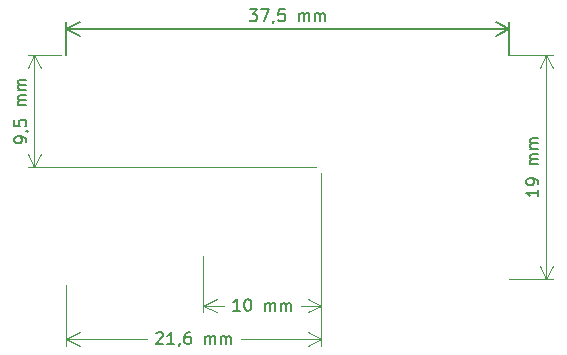
<source format=gbr>
G04 #@! TF.GenerationSoftware,KiCad,Pcbnew,6.0.11-2627ca5db0~126~ubuntu20.04.1*
G04 #@! TF.CreationDate,2023-05-07T22:05:18+02:00*
G04 #@! TF.ProjectId,TFRPM01,54465250-4d30-4312-9e6b-696361645f70,rev?*
G04 #@! TF.SameCoordinates,PX7e721e0PY7e33658*
G04 #@! TF.FileFunction,OtherDrawing,Comment*
%FSLAX46Y46*%
G04 Gerber Fmt 4.6, Leading zero omitted, Abs format (unit mm)*
G04 Created by KiCad (PCBNEW 6.0.11-2627ca5db0~126~ubuntu20.04.1) date 2023-05-07 22:05:18*
%MOMM*%
%LPD*%
G01*
G04 APERTURE LIST*
%ADD10C,0.150000*%
%ADD11C,0.100000*%
G04 APERTURE END LIST*
D10*
X18352380Y-1879761D02*
X18352380Y-2451190D01*
X18352380Y-2165476D02*
X17352380Y-2165476D01*
X17495238Y-2260714D01*
X17590476Y-2355952D01*
X17638095Y-2451190D01*
X18352380Y-1403571D02*
X18352380Y-1213095D01*
X18304761Y-1117857D01*
X18257142Y-1070238D01*
X18114285Y-975000D01*
X17923809Y-927380D01*
X17542857Y-927380D01*
X17447619Y-975000D01*
X17400000Y-1022619D01*
X17352380Y-1117857D01*
X17352380Y-1308333D01*
X17400000Y-1403571D01*
X17447619Y-1451190D01*
X17542857Y-1498809D01*
X17780952Y-1498809D01*
X17876190Y-1451190D01*
X17923809Y-1403571D01*
X17971428Y-1308333D01*
X17971428Y-1117857D01*
X17923809Y-1022619D01*
X17876190Y-975000D01*
X17780952Y-927380D01*
X18352380Y263096D02*
X17685714Y263096D01*
X17780952Y263096D02*
X17733333Y310715D01*
X17685714Y405953D01*
X17685714Y548810D01*
X17733333Y644048D01*
X17828571Y691667D01*
X18352380Y691667D01*
X17828571Y691667D02*
X17733333Y739286D01*
X17685714Y834524D01*
X17685714Y977381D01*
X17733333Y1072620D01*
X17828571Y1120239D01*
X18352380Y1120239D01*
X18352380Y1596429D02*
X17685714Y1596429D01*
X17780952Y1596429D02*
X17733333Y1644048D01*
X17685714Y1739286D01*
X17685714Y1882143D01*
X17733333Y1977381D01*
X17828571Y2025000D01*
X18352380Y2025000D01*
X17828571Y2025000D02*
X17733333Y2072620D01*
X17685714Y2167858D01*
X17685714Y2310715D01*
X17733333Y2405953D01*
X17828571Y2453572D01*
X18352380Y2453572D01*
D11*
X15910000Y-9475000D02*
X19636420Y-9475000D01*
X15910000Y9525000D02*
X19636420Y9525000D01*
X19050000Y-9475000D02*
X19050000Y9525000D01*
X19050000Y-9475000D02*
X19050000Y9525000D01*
X19050000Y-9475000D02*
X19636421Y-8348496D01*
X19050000Y-9475000D02*
X18463579Y-8348496D01*
X19050000Y9525000D02*
X18463579Y8398496D01*
X19050000Y9525000D02*
X19636421Y8398496D01*
D10*
X-6078096Y13378716D02*
X-5459048Y13378716D01*
X-5792381Y12997763D01*
X-5649524Y12997763D01*
X-5554286Y12950144D01*
X-5506667Y12902525D01*
X-5459048Y12807287D01*
X-5459048Y12569192D01*
X-5506667Y12473954D01*
X-5554286Y12426335D01*
X-5649524Y12378716D01*
X-5935239Y12378716D01*
X-6030477Y12426335D01*
X-6078096Y12473954D01*
X-5125715Y13378716D02*
X-4459048Y13378716D01*
X-4887620Y12378716D01*
X-4030477Y12426335D02*
X-4030477Y12378716D01*
X-4078096Y12283477D01*
X-4125715Y12235858D01*
X-3125715Y13378716D02*
X-3601905Y13378716D01*
X-3649524Y12902525D01*
X-3601905Y12950144D01*
X-3506667Y12997763D01*
X-3268572Y12997763D01*
X-3173334Y12950144D01*
X-3125715Y12902525D01*
X-3078096Y12807287D01*
X-3078096Y12569192D01*
X-3125715Y12473954D01*
X-3173334Y12426335D01*
X-3268572Y12378716D01*
X-3506667Y12378716D01*
X-3601905Y12426335D01*
X-3649524Y12473954D01*
X-1887620Y12378716D02*
X-1887620Y13045382D01*
X-1887620Y12950144D02*
X-1840000Y12997763D01*
X-1744762Y13045382D01*
X-1601905Y13045382D01*
X-1506667Y12997763D01*
X-1459048Y12902525D01*
X-1459048Y12378716D01*
X-1459048Y12902525D02*
X-1411429Y12997763D01*
X-1316191Y13045382D01*
X-1173334Y13045382D01*
X-1078096Y12997763D01*
X-1030477Y12902525D01*
X-1030477Y12378716D01*
X-554286Y12378716D02*
X-554286Y13045382D01*
X-554286Y12950144D02*
X-506667Y12997763D01*
X-411429Y13045382D01*
X-268572Y13045382D01*
X-173334Y12997763D01*
X-125715Y12902525D01*
X-125715Y12378716D01*
X-125715Y12902525D02*
X-78096Y12997763D01*
X17142Y13045382D01*
X160000Y13045382D01*
X255238Y12997763D01*
X302857Y12902525D01*
X302857Y12378716D01*
X15910000Y9525000D02*
X15910000Y12267516D01*
X-21590000Y9525000D02*
X-21590000Y12267516D01*
X15910000Y11681096D02*
X-21590000Y11681096D01*
X15910000Y11681096D02*
X-21590000Y11681096D01*
X15910000Y11681096D02*
X14783496Y12267517D01*
X15910000Y11681096D02*
X14783496Y11094675D01*
X-21590000Y11681096D02*
X-20463496Y11094675D01*
X-21590000Y11681096D02*
X-20463496Y12267517D01*
X-24997620Y2143453D02*
X-24997620Y2333929D01*
X-25045239Y2429167D01*
X-25092858Y2476786D01*
X-25235715Y2572024D01*
X-25426191Y2619643D01*
X-25807143Y2619643D01*
X-25902381Y2572024D01*
X-25950000Y2524405D01*
X-25997620Y2429167D01*
X-25997620Y2238691D01*
X-25950000Y2143453D01*
X-25902381Y2095834D01*
X-25807143Y2048215D01*
X-25569048Y2048215D01*
X-25473810Y2095834D01*
X-25426191Y2143453D01*
X-25378572Y2238691D01*
X-25378572Y2429167D01*
X-25426191Y2524405D01*
X-25473810Y2572024D01*
X-25569048Y2619643D01*
X-25045239Y3095834D02*
X-24997620Y3095834D01*
X-24902381Y3048215D01*
X-24854762Y3000596D01*
X-25997620Y4000596D02*
X-25997620Y3524405D01*
X-25521429Y3476786D01*
X-25569048Y3524405D01*
X-25616667Y3619643D01*
X-25616667Y3857739D01*
X-25569048Y3952977D01*
X-25521429Y4000596D01*
X-25426191Y4048215D01*
X-25188096Y4048215D01*
X-25092858Y4000596D01*
X-25045239Y3952977D01*
X-24997620Y3857739D01*
X-24997620Y3619643D01*
X-25045239Y3524405D01*
X-25092858Y3476786D01*
X-24997620Y5238691D02*
X-25664286Y5238691D01*
X-25569048Y5238691D02*
X-25616667Y5286310D01*
X-25664286Y5381548D01*
X-25664286Y5524405D01*
X-25616667Y5619643D01*
X-25521429Y5667262D01*
X-24997620Y5667262D01*
X-25521429Y5667262D02*
X-25616667Y5714881D01*
X-25664286Y5810120D01*
X-25664286Y5952977D01*
X-25616667Y6048215D01*
X-25521429Y6095834D01*
X-24997620Y6095834D01*
X-24997620Y6572024D02*
X-25664286Y6572024D01*
X-25569048Y6572024D02*
X-25616667Y6619643D01*
X-25664286Y6714881D01*
X-25664286Y6857739D01*
X-25616667Y6952977D01*
X-25521429Y7000596D01*
X-24997620Y7000596D01*
X-25521429Y7000596D02*
X-25616667Y7048215D01*
X-25664286Y7143453D01*
X-25664286Y7286310D01*
X-25616667Y7381548D01*
X-25521429Y7429167D01*
X-24997620Y7429167D01*
D11*
X-500000Y0D02*
X-24886420Y0D01*
X-24886420Y9525000D02*
X-22090000Y9525000D01*
X-24300000Y0D02*
X-24300000Y9525000D01*
X-24300000Y0D02*
X-24300000Y9525000D01*
X-24300000Y0D02*
X-23713579Y1126504D01*
X-24300000Y0D02*
X-24886421Y1126504D01*
X-24300000Y9525000D02*
X-24886421Y8398496D01*
X-24300000Y9525000D02*
X-23713579Y8398496D01*
D10*
X-6904762Y-12152380D02*
X-7476191Y-12152380D01*
X-7190477Y-12152380D02*
X-7190477Y-11152380D01*
X-7285715Y-11295238D01*
X-7380953Y-11390476D01*
X-7476191Y-11438095D01*
X-6285715Y-11152380D02*
X-6190477Y-11152380D01*
X-6095239Y-11200000D01*
X-6047620Y-11247619D01*
X-6000000Y-11342857D01*
X-5952381Y-11533333D01*
X-5952381Y-11771428D01*
X-6000000Y-11961904D01*
X-6047620Y-12057142D01*
X-6095239Y-12104761D01*
X-6190477Y-12152380D01*
X-6285715Y-12152380D01*
X-6380953Y-12104761D01*
X-6428572Y-12057142D01*
X-6476191Y-11961904D01*
X-6523810Y-11771428D01*
X-6523810Y-11533333D01*
X-6476191Y-11342857D01*
X-6428572Y-11247619D01*
X-6380953Y-11200000D01*
X-6285715Y-11152380D01*
X-4761905Y-12152380D02*
X-4761905Y-11485714D01*
X-4761905Y-11580952D02*
X-4714286Y-11533333D01*
X-4619048Y-11485714D01*
X-4476191Y-11485714D01*
X-4380953Y-11533333D01*
X-4333334Y-11628571D01*
X-4333334Y-12152380D01*
X-4333334Y-11628571D02*
X-4285715Y-11533333D01*
X-4190477Y-11485714D01*
X-4047620Y-11485714D01*
X-3952381Y-11533333D01*
X-3904762Y-11628571D01*
X-3904762Y-12152380D01*
X-3428572Y-12152380D02*
X-3428572Y-11485714D01*
X-3428572Y-11580952D02*
X-3380953Y-11533333D01*
X-3285715Y-11485714D01*
X-3142858Y-11485714D01*
X-3047620Y-11533333D01*
X-3000000Y-11628571D01*
X-3000000Y-12152380D01*
X-3000000Y-11628571D02*
X-2952381Y-11533333D01*
X-2857143Y-11485714D01*
X-2714286Y-11485714D01*
X-2619048Y-11533333D01*
X-2571429Y-11628571D01*
X-2571429Y-12152380D01*
D11*
X0Y-7500000D02*
X0Y-12286420D01*
X-10000000Y-12286420D02*
X-10000000Y-7500000D01*
X0Y-11700000D02*
X-1758333Y-11700000D01*
X-8241666Y-11700000D02*
X-10000000Y-11700000D01*
X0Y-11700000D02*
X-1126504Y-11113579D01*
X0Y-11700000D02*
X-1126504Y-12286421D01*
X-10000000Y-11700000D02*
X-8873496Y-12286421D01*
X-10000000Y-11700000D02*
X-8873496Y-11113579D01*
D10*
X-13990477Y-14047619D02*
X-13942858Y-14000000D01*
X-13847620Y-13952380D01*
X-13609524Y-13952380D01*
X-13514286Y-14000000D01*
X-13466667Y-14047619D01*
X-13419048Y-14142857D01*
X-13419048Y-14238095D01*
X-13466667Y-14380952D01*
X-14038096Y-14952380D01*
X-13419048Y-14952380D01*
X-12466667Y-14952380D02*
X-13038096Y-14952380D01*
X-12752381Y-14952380D02*
X-12752381Y-13952380D01*
X-12847620Y-14095238D01*
X-12942858Y-14190476D01*
X-13038096Y-14238095D01*
X-11990477Y-14904761D02*
X-11990477Y-14952380D01*
X-12038096Y-15047619D01*
X-12085715Y-15095238D01*
X-11133334Y-13952380D02*
X-11323810Y-13952380D01*
X-11419048Y-14000000D01*
X-11466667Y-14047619D01*
X-11561905Y-14190476D01*
X-11609524Y-14380952D01*
X-11609524Y-14761904D01*
X-11561905Y-14857142D01*
X-11514286Y-14904761D01*
X-11419048Y-14952380D01*
X-11228572Y-14952380D01*
X-11133334Y-14904761D01*
X-11085715Y-14857142D01*
X-11038096Y-14761904D01*
X-11038096Y-14523809D01*
X-11085715Y-14428571D01*
X-11133334Y-14380952D01*
X-11228572Y-14333333D01*
X-11419048Y-14333333D01*
X-11514286Y-14380952D01*
X-11561905Y-14428571D01*
X-11609524Y-14523809D01*
X-9847620Y-14952380D02*
X-9847620Y-14285714D01*
X-9847620Y-14380952D02*
X-9800000Y-14333333D01*
X-9704762Y-14285714D01*
X-9561905Y-14285714D01*
X-9466667Y-14333333D01*
X-9419048Y-14428571D01*
X-9419048Y-14952380D01*
X-9419048Y-14428571D02*
X-9371429Y-14333333D01*
X-9276191Y-14285714D01*
X-9133334Y-14285714D01*
X-9038096Y-14333333D01*
X-8990477Y-14428571D01*
X-8990477Y-14952380D01*
X-8514286Y-14952380D02*
X-8514286Y-14285714D01*
X-8514286Y-14380952D02*
X-8466667Y-14333333D01*
X-8371429Y-14285714D01*
X-8228572Y-14285714D01*
X-8133334Y-14333333D01*
X-8085715Y-14428571D01*
X-8085715Y-14952380D01*
X-8085715Y-14428571D02*
X-8038096Y-14333333D01*
X-7942858Y-14285714D01*
X-7800000Y-14285714D01*
X-7704762Y-14333333D01*
X-7657143Y-14428571D01*
X-7657143Y-14952380D01*
D11*
X0Y-500000D02*
X0Y-15086420D01*
X-21590000Y-15086420D02*
X-21590000Y-9975000D01*
X0Y-14500000D02*
X-6844047Y-14500000D01*
X-14755952Y-14500000D02*
X-21590000Y-14500000D01*
X0Y-14500000D02*
X-1126504Y-13913579D01*
X0Y-14500000D02*
X-1126504Y-15086421D01*
X-21590000Y-14500000D02*
X-20463496Y-15086421D01*
X-21590000Y-14500000D02*
X-20463496Y-13913579D01*
M02*

</source>
